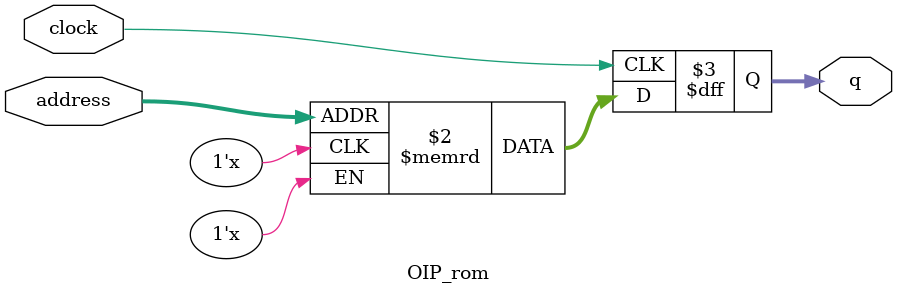
<source format=sv>
module OIP_rom (
	input logic clock,
	input logic [14:0] address,
	output logic [7:0] q
);

logic [7:0] memory [0:19999] /* synthesis ram_init_file = "./OIP/OIP.COE" */;

always_ff @ (posedge clock) begin
	q <= memory[address];
end

endmodule

</source>
